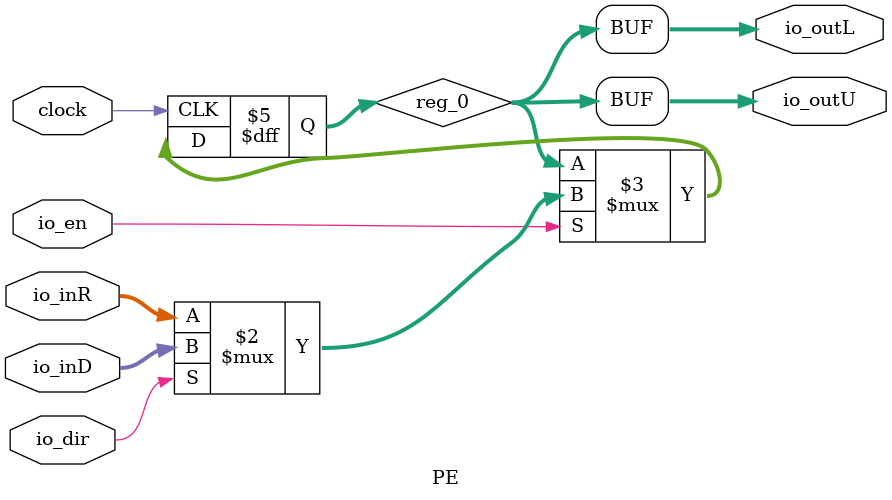
<source format=sv>

`ifndef RANDOMIZE
  `ifdef RANDOMIZE_REG_INIT
    `define RANDOMIZE
  `endif // RANDOMIZE_REG_INIT
`endif // not def RANDOMIZE
`ifndef SYNTHESIS
  `ifndef ENABLE_INITIAL_REG_
    `define ENABLE_INITIAL_REG_
  `endif // not def ENABLE_INITIAL_REG_
`endif // not def SYNTHESIS

// Standard header to adapt well known macros for register randomization.

// RANDOM may be set to an expression that produces a 32-bit random unsigned value.
`ifndef RANDOM
  `define RANDOM $random
`endif // not def RANDOM

// Users can define INIT_RANDOM as general code that gets injected into the
// initializer block for modules with registers.
`ifndef INIT_RANDOM
  `define INIT_RANDOM
`endif // not def INIT_RANDOM

// If using random initialization, you can also define RANDOMIZE_DELAY to
// customize the delay used, otherwise 0.002 is used.
`ifndef RANDOMIZE_DELAY
  `define RANDOMIZE_DELAY 0.002
`endif // not def RANDOMIZE_DELAY

// Define INIT_RANDOM_PROLOG_ for use in our modules below.
`ifndef INIT_RANDOM_PROLOG_
  `ifdef RANDOMIZE
    `ifdef VERILATOR
      `define INIT_RANDOM_PROLOG_ `INIT_RANDOM
    `else  // VERILATOR
      `define INIT_RANDOM_PROLOG_ `INIT_RANDOM #`RANDOMIZE_DELAY begin end
    `endif // VERILATOR
  `else  // RANDOMIZE
    `define INIT_RANDOM_PROLOG_
  `endif // RANDOMIZE
`endif // not def INIT_RANDOM_PROLOG_
module PE(	// @[generators/gemmini/src/main/scala/gemmini/Transposer.scala:100:9]
  input        clock,	// @[generators/gemmini/src/main/scala/gemmini/Transposer.scala:100:9]
  input  [7:0] io_inR,	// @[generators/gemmini/src/main/scala/gemmini/Transposer.scala:101:16]
  input  [7:0] io_inD,	// @[generators/gemmini/src/main/scala/gemmini/Transposer.scala:101:16]
  output [7:0] io_outL,	// @[generators/gemmini/src/main/scala/gemmini/Transposer.scala:101:16]
  output [7:0] io_outU,	// @[generators/gemmini/src/main/scala/gemmini/Transposer.scala:101:16]
  input        io_dir,	// @[generators/gemmini/src/main/scala/gemmini/Transposer.scala:101:16]
  input        io_en	// @[generators/gemmini/src/main/scala/gemmini/Transposer.scala:101:16]
);

  reg [7:0] reg_0;	// @[generators/gemmini/src/main/scala/gemmini/Transposer.scala:110:24]
  always @(posedge clock) begin	// @[generators/gemmini/src/main/scala/gemmini/Transposer.scala:100:9]
    if (io_en)	// @[generators/gemmini/src/main/scala/gemmini/Transposer.scala:101:16]
      reg_0 <= io_dir ? io_inD : io_inR;	// @[generators/gemmini/src/main/scala/gemmini/Transposer.scala:110:{24,28}]
  end // always @(posedge)
  `ifdef ENABLE_INITIAL_REG_	// @[generators/gemmini/src/main/scala/gemmini/Transposer.scala:100:9]
    `ifdef FIRRTL_BEFORE_INITIAL	// @[generators/gemmini/src/main/scala/gemmini/Transposer.scala:100:9]
      `FIRRTL_BEFORE_INITIAL	// @[generators/gemmini/src/main/scala/gemmini/Transposer.scala:100:9]
    `endif // FIRRTL_BEFORE_INITIAL
    logic [31:0] _RANDOM[0:0];	// @[generators/gemmini/src/main/scala/gemmini/Transposer.scala:100:9]
    initial begin	// @[generators/gemmini/src/main/scala/gemmini/Transposer.scala:100:9]
      `ifdef INIT_RANDOM_PROLOG_	// @[generators/gemmini/src/main/scala/gemmini/Transposer.scala:100:9]
        `INIT_RANDOM_PROLOG_	// @[generators/gemmini/src/main/scala/gemmini/Transposer.scala:100:9]
      `endif // INIT_RANDOM_PROLOG_
      `ifdef RANDOMIZE_REG_INIT	// @[generators/gemmini/src/main/scala/gemmini/Transposer.scala:100:9]
        _RANDOM[/*Zero width*/ 1'b0] = `RANDOM;	// @[generators/gemmini/src/main/scala/gemmini/Transposer.scala:100:9]
        reg_0 = _RANDOM[/*Zero width*/ 1'b0][7:0];	// @[generators/gemmini/src/main/scala/gemmini/Transposer.scala:100:9, :110:24]
      `endif // RANDOMIZE_REG_INIT
    end // initial
    `ifdef FIRRTL_AFTER_INITIAL	// @[generators/gemmini/src/main/scala/gemmini/Transposer.scala:100:9]
      `FIRRTL_AFTER_INITIAL	// @[generators/gemmini/src/main/scala/gemmini/Transposer.scala:100:9]
    `endif // FIRRTL_AFTER_INITIAL
  `endif // ENABLE_INITIAL_REG_
  assign io_outL = reg_0;	// @[generators/gemmini/src/main/scala/gemmini/Transposer.scala:100:9, :110:24]
  assign io_outU = reg_0;	// @[generators/gemmini/src/main/scala/gemmini/Transposer.scala:100:9, :110:24]
endmodule


</source>
